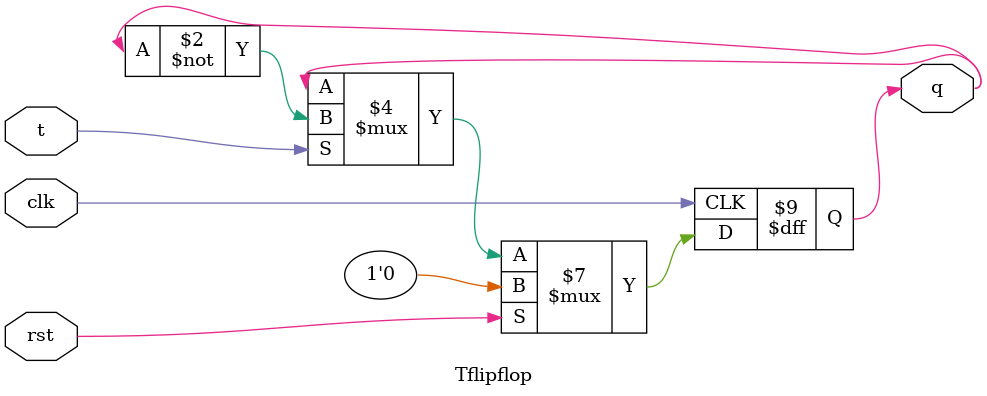
<source format=v>
module Tflipflop(t,clk,rst,q);
input t,clk,rst;
output q;
reg q;
always@(posedge clk)
begin
 if(rst)
 q<=0;
 else if(t)
 q<=~q;
 else
 q<=q;
end
endmodule

</source>
